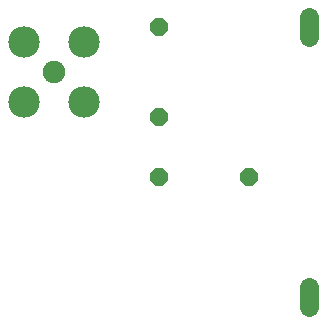
<source format=gbr>
G04 EAGLE Gerber RS-274X export*
G75*
%MOMM*%
%FSLAX34Y34*%
%LPD*%
%INBottom Copper*%
%IPPOS*%
%AMOC8*
5,1,8,0,0,1.08239X$1,22.5*%
G01*
%ADD10P,1.649562X8X112.500000*%
%ADD11P,1.649562X8X22.500000*%
%ADD12C,1.625600*%
%ADD13C,1.905000*%
%ADD14C,2.667000*%


D10*
X139700Y190500D03*
X139700Y266700D03*
D11*
X139700Y139700D03*
X215900Y139700D03*
D12*
X266700Y46228D02*
X266700Y29972D01*
X266700Y258572D02*
X266700Y274828D01*
D13*
X50800Y228600D03*
D14*
X76299Y203101D03*
X25301Y203101D03*
X25301Y254099D03*
X76299Y254099D03*
M02*

</source>
